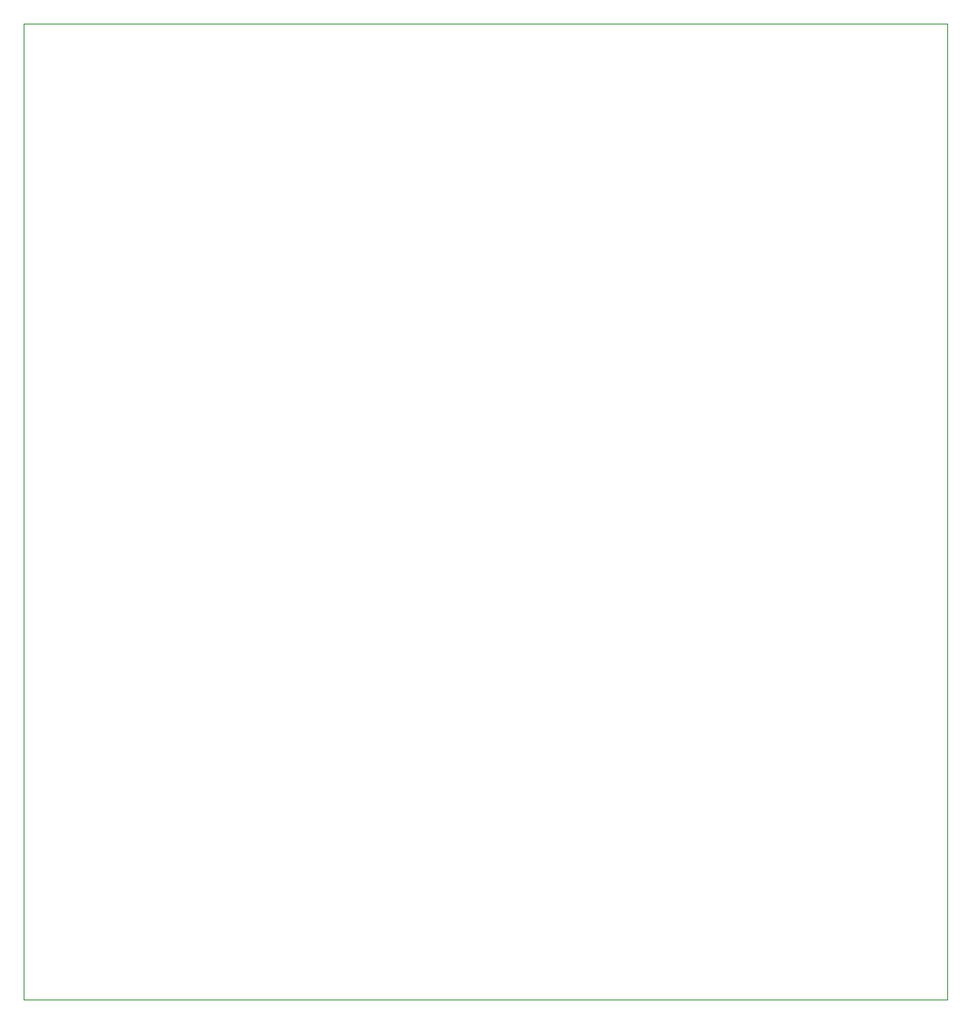
<source format=gbr>
%TF.GenerationSoftware,Altium Limited,Altium Designer,19.1.8 (144)*%
G04 Layer_Color=0*
%FSLAX26Y26*%
%MOIN*%
%TF.FileFunction,Profile,NP*%
%TF.Part,Single*%
G01*
G75*
%TA.AperFunction,Profile*%
%ADD44C,0.001000*%
D44*
X0Y3855000D02*
Y-0D01*
X3650000D01*
Y3855000D01*
X0D01*
%TF.MD5,f3acd8d04e8656b71c58d14f4bef1beb*%
M02*

</source>
